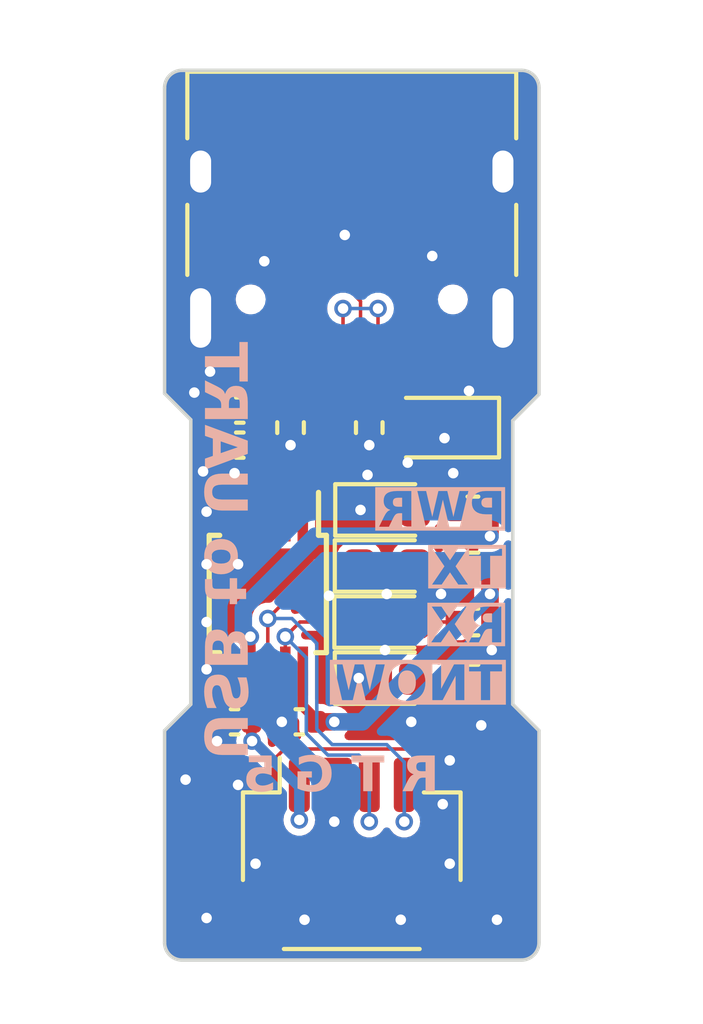
<source format=kicad_pcb>
(kicad_pcb (version 20221018) (generator pcbnew)
  (layers (0 "F.Cu" signal) (31 "B.Cu" signal) (34 "B.Paste" user) (35 "F.Paste" user) (36 "B.SilkS" user "B.Silkscreen") (37 "F.SilkS" user "F.Silkscreen") (38 "B.Mask" user) (39 "F.Mask" user) (44 "Edge.Cuts" user))
  (net 0 "")
  (net 1 "VBUS")
  (net 2 "GND")
  (net 3 "+5V")
  (net 4 "+3V3")
  (net 5 "/MCU_RX")
  (net 6 "Net-(D2-A)")
  (net 7 "/MCU_TX")
  (net 8 "Net-(D3-A)")
  (net 9 "Net-(D4-A)")
  (net 10 "Net-(D5-A)")
  (net 11 "Net-(J2-CC1)")
  (net 12 "/USB_DP")
  (net 13 "/USB_DN")
  (net 15 "Net-(J2-CC2)")
  (net 17 "/TNOW")
  (footprint "Resistor_SMD:R_0402_1005Metric" (layer "F.Cu") (at 146.8625 90.05)
    (fp_text reference "R5" hide)
    (fp_text value "1k")
    (fp_line (start -0.153641 -0.38) (end 0.153641 -0.38) (stroke (width 0.12)) (layer "F.SilkS"))
    (fp_line (start -0.153641 0.38) (end 0.153641 0.38) (stroke (width 0.12)) (layer "F.SilkS"))
    (pad "1" smd roundrect (at -0.51 0) (size 0.54 0.64) (layers "F.Cu" "F.Paste" "F.Mask") (net 9 "Net-(D4-A)"))
    (pad "2" smd roundrect (at 0.51 0) (size 0.54 0.64) (layers "F.Cu" "F.Paste" "F.Mask") (net 17 "/TNOW"))
  )
  (footprint "Capacitor_SMD:C_0402_1005Metric" (layer "F.Cu") (at 140.2 82.4 180)
    (fp_text reference "C1" hide)
    (fp_text value "100nF")
    (fp_line (start -0.107836 -0.36) (end 0.107836 -0.36) (stroke (width 0.12)) (layer "F.SilkS"))
    (fp_line (start -0.107836 0.36) (end 0.107836 0.36) (stroke (width 0.12)) (layer "F.SilkS"))
    (pad "1" smd roundrect (at -0.48 0 180) (size 0.56 0.62) (layers "F.Cu" "F.Paste" "F.Mask") (net 1 "VBUS"))
    (pad "2" smd roundrect (at 0.48 0 180) (size 0.56 0.62) (layers "F.Cu" "F.Paste" "F.Mask") (net 2 "GND"))
  )
  (footprint "Resistor_SMD:R_0402_1005Metric" (layer "F.Cu") (at 143.9 82.9 -90)
    (fp_text reference "R2" hide)
    (fp_text value "5.1k")
    (fp_line (start -0.153641 -0.38) (end 0.153641 -0.38) (stroke (width 0.12)) (layer "F.SilkS"))
    (fp_line (start -0.153641 0.38) (end 0.153641 0.38) (stroke (width 0.12)) (layer "F.SilkS"))
    (pad "1" smd roundrect (at -0.51 0 270) (size 0.54 0.64) (layers "F.Cu" "F.Paste" "F.Mask") (net 11 "Net-(J2-CC1)"))
    (pad "2" smd roundrect (at 0.51 0 270) (size 0.54 0.64) (layers "F.Cu" "F.Paste" "F.Mask") (net 2 "GND"))
  )
  (footprint "Connector_JST:JST_SH_SM04B-SRSS-TB_1x04-1MP_P1.00mm_Horizontal" (layer "F.Cu") (at 143.4 95.1)
    (fp_text reference "J1" hide)
    (fp_text value "Conn_01x04_MountingPin")
    (fp_line (start -3.11 -1.785) (end -2.06 -1.785) (stroke (width 0.12)) (layer "F.SilkS"))
    (fp_line (start -3.11 0.715) (end -3.11 -1.785) (stroke (width 0.12)) (layer "F.SilkS"))
    (fp_line (start -2.06 -1.785) (end -2.06 -2.775) (stroke (width 0.12)) (layer "F.SilkS"))
    (fp_line (start -1.94 2.685) (end 1.94 2.685) (stroke (width 0.12)) (layer "F.SilkS"))
    (fp_line (start 3.11 -1.785) (end 2.06 -1.785) (stroke (width 0.12)) (layer "F.SilkS"))
    (fp_line (start 3.11 0.715) (end 3.11 -1.785) (stroke (width 0.12)) (layer "F.SilkS"))
    (pad "1" smd roundrect (at -1.5 -2) (size 0.6 1.55) (layers "F.Cu" "F.Paste" "F.Mask") (net 3 "+5V"))
    (pad "2" smd roundrect (at -0.5 -2) (size 0.6 1.55) (layers "F.Cu" "F.Paste" "F.Mask") (net 2 "GND"))
    (pad "3" smd roundrect (at 0.5 -2) (size 0.6 1.55) (layers "F.Cu" "F.Paste" "F.Mask") (net 7 "/MCU_TX"))
    (pad "4" smd roundrect (at 1.5 -2) (size 0.6 1.55) (layers "F.Cu" "F.Paste" "F.Mask") (net 5 "/MCU_RX"))
    (pad "MP" smd roundrect (at -2.8 1.875) (size 1.2 1.8) (layers "F.Cu" "F.Paste" "F.Mask") (roundrect_rratio 0.2083333333) (net 2 "GND"))
    (pad "MP" smd roundrect (at 2.8 1.875) (size 1.2 1.8) (layers "F.Cu" "F.Paste" "F.Mask") (roundrect_rratio 0.2083333333) (net 2 "GND"))
  )
  (footprint "LED_SMD:LED_0603_1608Metric" (layer "F.Cu") (at 144.4 86.85)
    (fp_text reference "D2" hide)
    (fp_text value "LED")
    (fp_line (start -1.485 -0.735) (end -1.485 0.735) (stroke (width 0.12)) (layer "F.SilkS"))
    (fp_line (start -1.485 0.735) (end 0.8 0.735) (stroke (width 0.12)) (layer "F.SilkS"))
    (fp_line (start 0.8 -0.735) (end -1.485 -0.735) (stroke (width 0.12)) (layer "F.SilkS"))
    (pad "1" smd roundrect (at -0.7875 0) (size 0.875 0.95) (layers "F.Cu" "F.Paste" "F.Mask") (net 5 "/MCU_RX"))
    (pad "2" smd roundrect (at 0.7875 0) (size 0.875 0.95) (layers "F.Cu" "F.Paste" "F.Mask") (net 6 "Net-(D2-A)"))
  )
  (footprint "Resistor_SMD:R_0402_1005Metric" (layer "F.Cu") (at 141.65 82.9 -90)
    (fp_text reference "R1" hide)
    (fp_text value "5.1k")
    (fp_line (start -0.153641 -0.38) (end 0.153641 -0.38) (stroke (width 0.12)) (layer "F.SilkS"))
    (fp_line (start -0.153641 0.38) (end 0.153641 0.38) (stroke (width 0.12)) (layer "F.SilkS"))
    (pad "1" smd roundrect (at -0.51 0 270) (size 0.54 0.64) (layers "F.Cu" "F.Paste" "F.Mask") (net 15 "Net-(J2-CC2)"))
    (pad "2" smd roundrect (at 0.51 0 270) (size 0.54 0.64) (layers "F.Cu" "F.Paste" "F.Mask") (net 2 "GND"))
  )
  (footprint "Diode_SMD:D_SOD-323" (layer "F.Cu") (at 146 82.9 180)
    (fp_text reference "D1" hide)
    (fp_text value "1N5819WS")
    (fp_line (start -1.61 -0.85) (end -1.61 0.85) (stroke (width 0.12)) (layer "F.SilkS"))
    (fp_line (start -1.61 -0.85) (end 1.05 -0.85) (stroke (width 0.12)) (layer "F.SilkS"))
    (fp_line (start -1.61 0.85) (end 1.05 0.85) (stroke (width 0.12)) (layer "F.SilkS"))
    (pad "1" smd roundrect (at -1.05 0 180) (size 0.6 0.45) (layers "F.Cu" "F.Paste" "F.Mask") (net 3 "+5V"))
    (pad "2" smd roundrect (at 1.05 0 180) (size 0.6 0.45) (layers "F.Cu" "F.Paste" "F.Mask") (net 1 "VBUS"))
  )
  (footprint "Connector_USB:USB_C_Receptacle_HRO_TYPE-C-31-M-12" (layer "F.Cu") (at 143.4 76.64 180)
    (fp_text reference "J2" hide)
    (fp_text value "USB_C_Receptacle_USB2.0")
    (fp_line (start -4.7 -1.9) (end -4.7 0.1) (stroke (width 0.12)) (layer "F.SilkS"))
    (fp_line (start -4.7 2) (end -4.7 3.9) (stroke (width 0.12)) (layer "F.SilkS"))
    (fp_line (start -4.7 3.9) (end 4.7 3.9) (stroke (width 0.12)) (layer "F.SilkS"))
    (fp_line (start 4.7 -1.9) (end 4.7 0.1) (stroke (width 0.12)) (layer "F.SilkS"))
    (fp_line (start 4.7 2) (end 4.7 3.9) (stroke (width 0.12)) (layer "F.SilkS"))
    (pad "" np_thru_hole circle (at -2.89 -2.6 180) (size 0.65 0.65) (drill 0.65) (layers "*.Cu" "*.Mask"))
    (pad "" np_thru_hole circle (at 2.89 -2.6 180) (size 0.65 0.65) (drill 0.65) (layers "*.Cu" "*.Mask"))
    (pad "A1" smd rect (at -3.25 -4.045 180) (size 0.6 1.45) (layers "F.Cu" "F.Paste" "F.Mask") (net 2 "GND"))
    (pad "A4" smd rect (at -2.45 -4.045 180) (size 0.6 1.45) (layers "F.Cu" "F.Paste" "F.Mask") (net 1 "VBUS"))
    (pad "A5" smd rect (at -1.25 -4.045 180) (size 0.3 1.45) (layers "F.Cu" "F.Paste" "F.Mask") (net 11 "Net-(J2-CC1)"))
    (pad "A6" smd rect (at -0.25 -4.045 180) (size 0.3 1.45) (layers "F.Cu" "F.Paste" "F.Mask") (net 12 "/USB_DP"))
    (pad "A7" smd rect (at 0.25 -4.045 180) (size 0.3 1.45) (layers "F.Cu" "F.Paste" "F.Mask") (net 13 "/USB_DN"))
    (pad "A8" smd rect (at 1.25 -4.045 180) (size 0.3 1.45) (layers "F.Cu" "F.Paste" "F.Mask"))
    (pad "A9" smd rect (at 2.45 -4.045 180) (size 0.6 1.45) (layers "F.Cu" "F.Paste" "F.Mask") (net 1 "VBUS"))
    (pad "A12" smd rect (at 3.25 -4.045 180) (size 0.6 1.45) (layers "F.Cu" "F.Paste" "F.Mask") (net 2 "GND"))
    (pad "B1" smd rect (at 3.25 -4.045 180) (size 0.6 1.45) (layers "F.Cu" "F.Paste" "F.Mask") (net 2 "GND"))
    (pad "B4" smd rect (at 2.45 -4.045 180) (size 0.6 1.45) (layers "F.Cu" "F.Paste" "F.Mask") (net 1 "VBUS"))
    (pad "B5" smd rect (at 1.75 -4.045 180) (size 0.3 1.45) (layers "F.Cu" "F.Paste" "F.Mask") (net 15 "Net-(J2-CC2)"))
    (pad "B6" smd rect (at 0.75 -4.045 180) (size 0.3 1.45) (layers "F.Cu" "F.Paste" "F.Mask") (net 12 "/USB_DP"))
    (pad "B7" smd rect (at -0.75 -4.045 180) (size 0.3 1.45) (layers "F.Cu" "F.Paste" "F.Mask") (net 13 "/USB_DN"))
    (pad "B8" smd rect (at -1.75 -4.045 180) (size 0.3 1.45) (layers "F.Cu" "F.Paste" "F.Mask"))
    (pad "B9" smd rect (at -2.45 -4.045 180) (size 0.6 1.45) (layers "F.Cu" "F.Paste" "F.Mask") (net 1 "VBUS"))
    (pad "B12" smd rect (at -3.25 -4.045 180) (size 0.6 1.45) (layers "F.Cu" "F.Paste" "F.Mask") (net 2 "GND"))
    (pad "S1" thru_hole oval (at -4.32 -3.13 180) (size 1 2.1) (drill oval 0.6 1.7) (layers "*.Cu" "*.Mask") (net 2 "GND"))
    (pad "S1" thru_hole oval (at -4.32 1.05 180) (size 1 1.6) (drill oval 0.6 1.2) (layers "*.Cu" "*.Mask") (net 2 "GND"))
    (pad "S1" thru_hole oval (at 4.32 -3.13 180) (size 1 2.1) (drill oval 0.6 1.7) (layers "*.Cu" "*.Mask") (net 2 "GND"))
    (pad "S1" thru_hole oval (at 4.32 1.05 180) (size 1 1.6) (drill oval 0.6 1.2) (layers "*.Cu" "*.Mask") (net 2 "GND"))
  )
  (footprint "Resistor_SMD:R_0402_1005Metric" (layer "F.Cu") (at 146.8625 85.25)
    (fp_text reference "R6" hide)
    (fp_text value "10k")
    (fp_line (start -0.153641 -0.38) (end 0.153641 -0.38) (stroke (width 0.12)) (layer "F.SilkS"))
    (fp_line (start -0.153641 0.38) (end 0.153641 0.38) (stroke (width 0.12)) (layer "F.SilkS"))
    (pad "1" smd roundrect (at -0.51 0) (size 0.54 0.64) (layers "F.Cu" "F.Paste" "F.Mask") (net 10 "Net-(D5-A)"))
    (pad "2" smd roundrect (at 0.51 0) (size 0.54 0.64) (layers "F.Cu" "F.Paste" "F.Mask") (net 3 "+5V"))
  )
  (footprint "Package_SO:MSOP-10_3x3mm_P0.5mm" (layer "F.Cu") (at 141 87.65 -90)
    (fp_text reference "U1" hide)
    (fp_text value "CH340E")
    (fp_line (start -1.675 -1.675) (end -1.675 -1.45) (stroke (width 0.15)) (layer "F.SilkS"))
    (fp_line (start -1.675 -1.675) (end 1.675 -1.675) (stroke (width 0.15)) (layer "F.SilkS"))
    (fp_line (start -1.675 -1.45) (end -2.9 -1.45) (stroke (width 0.15)) (layer "F.SilkS"))
    (fp_line (start -1.675 1.675) (end -1.675 1.375) (stroke (width 0.15)) (layer "F.SilkS"))
    (fp_line (start -1.675 1.675) (end 1.675 1.675) (stroke (width 0.15)) (layer "F.SilkS"))
    (fp_line (start 1.675 -1.675) (end 1.675 -1.375) (stroke (width 0.15)) (layer "F.SilkS"))
    (fp_line (start 1.675 1.675) (end 1.675 1.375) (stroke (width 0.15)) (layer "F.SilkS"))
    (pad "1" smd rect (at -2.2 -1 270) (size 1.4 0.3) (layers "F.Cu" "F.Paste" "F.Mask") (net 12 "/USB_DP"))
    (pad "2" smd rect (at -2.2 -0.5 270) (size 1.4 0.3) (layers "F.Cu" "F.Paste" "F.Mask") (net 13 "/USB_DN"))
    (pad "3" smd rect (at -2.2 0 270) (size 1.4 0.3) (layers "F.Cu" "F.Paste" "F.Mask") (net 2 "GND"))
    (pad "4" smd rect (at -2.2 0.5 270) (size 1.4 0.3) (layers "F.Cu" "F.Paste" "F.Mask"))
    (pad "5" smd rect (at -2.2 1 270) (size 1.4 0.3) (layers "F.Cu" "F.Paste" "F.Mask"))
    (pad "6" smd rect (at 2.2 1 270) (size 1.4 0.3) (layers "F.Cu" "F.Paste" "F.Mask") (net 17 "/TNOW"))
    (pad "7" smd rect (at 2.2 0.5 270) (size 1.4 0.3) (layers "F.Cu" "F.Paste" "F.Mask") (net 3 "+5V"))
    (pad "8" smd rect (at 2.2 0 270) (size 1.4 0.3) (layers "F.Cu" "F.Paste" "F.Mask") (net 5 "/MCU_RX"))
    (pad "9" smd rect (at 2.2 -0.5 270) (size 1.4 0.3) (layers "F.Cu" "F.Paste" "F.Mask") (net 7 "/MCU_TX"))
    (pad "10" smd rect (at 2.2 -1 270) (size 1.4 0.3) (layers "F.Cu" "F.Paste" "F.Mask") (net 4 "+3V3"))
  )
  (footprint "LED_SMD:LED_0603_1608Metric" (layer "F.Cu") (at 144.4125 85.25)
    (fp_text reference "D5" hide)
    (fp_text value "LED")
    (fp_line (start -1.485 -0.735) (end -1.485 0.735) (stroke (width 0.12)) (layer "F.SilkS"))
    (fp_line (start -1.485 0.735) (end 0.8 0.735) (stroke (width 0.12)) (layer "F.SilkS"))
    (fp_line (start 0.8 -0.735) (end -1.485 -0.735) (stroke (width 0.12)) (layer "F.SilkS"))
    (pad "1" smd roundrect (at -0.7875 0) (size 0.875 0.95) (layers "F.Cu" "F.Paste" "F.Mask") (net 2 "GND"))
    (pad "2" smd roundrect (at 0.7875 0) (size 0.875 0.95) (layers "F.Cu" "F.Paste" "F.Mask") (net 10 "Net-(D5-A)"))
  )
  (footprint "Capacitor_SMD:C_0402_1005Metric" (layer "F.Cu") (at 141.9 91.3 180)
    (fp_text reference "C4" hide)
    (fp_text value "100nF")
    (fp_line (start -0.107836 -0.36) (end 0.107836 -0.36) (stroke (width 0.12)) (layer "F.SilkS"))
    (fp_line (start -0.107836 0.36) (end 0.107836 0.36) (stroke (width 0.12)) (layer "F.SilkS"))
    (pad "1" smd roundrect (at -0.48 0 180) (size 0.56 0.62) (layers "F.Cu" "F.Paste" "F.Mask") (net 4 "+3V3"))
    (pad "2" smd roundrect (at 0.48 0 180) (size 0.56 0.62) (layers "F.Cu" "F.Paste" "F.Mask") (net 2 "GND"))
  )
  (footprint "LED_SMD:LED_0603_1608Metric" (layer "F.Cu") (at 144.3875 88.45)
    (fp_text reference "D3" hide)
    (fp_text value "LED")
    (fp_line (start -1.485 -0.735) (end -1.485 0.735) (stroke (width 0.12)) (layer "F.SilkS"))
    (fp_line (start -1.485 0.735) (end 0.8 0.735) (stroke (width 0.12)) (layer "F.SilkS"))
    (fp_line (start 0.8 -0.735) (end -1.485 -0.735) (stroke (width 0.12)) (layer "F.SilkS"))
    (pad "1" smd roundrect (at -0.7875 0) (size 0.875 0.95) (layers "F.Cu" "F.Paste" "F.Mask") (net 7 "/MCU_TX"))
    (pad "2" smd roundrect (at 0.7875 0) (size 0.875 0.95) (layers "F.Cu" "F.Paste" "F.Mask") (net 8 "Net-(D3-A)"))
  )
  (footprint "Capacitor_SMD:C_0402_1005Metric" (layer "F.Cu") (at 140.2 83.4 180)
    (fp_text reference "C2" hide)
    (fp_text value "1uF")
    (fp_line (start -0.107836 -0.36) (end 0.107836 -0.36) (stroke (width 0.12)) (layer "F.SilkS"))
    (fp_line (start -0.107836 0.36) (end 0.107836 0.36) (stroke (width 0.12)) (layer "F.SilkS"))
    (pad "1" smd roundrect (at -0.48 0 180) (size 0.56 0.62) (layers "F.Cu" "F.Paste" "F.Mask") (net 1 "VBUS"))
    (pad "2" smd roundrect (at 0.48 0 180) (size 0.56 0.62) (layers "F.Cu" "F.Paste" "F.Mask") (net 2 "GND"))
  )
  (footprint "Capacitor_SMD:C_0402_1005Metric" (layer "F.Cu") (at 140.05 91.3 180)
    (fp_text reference "C3" hide)
    (fp_text value "100nF")
    (fp_line (start -0.107836 -0.36) (end 0.107836 -0.36) (stroke (width 0.12)) (layer "F.SilkS"))
    (fp_line (start -0.107836 0.36) (end 0.107836 0.36) (stroke (width 0.12)) (layer "F.SilkS"))
    (pad "1" smd roundrect (at -0.48 0 180) (size 0.56 0.62) (layers "F.Cu" "F.Paste" "F.Mask") (net 3 "+5V"))
    (pad "2" smd roundrect (at 0.48 0 180) (size 0.56 0.62) (layers "F.Cu" "F.Paste" "F.Mask") (net 2 "GND"))
  )
  (footprint "Resistor_SMD:R_0402_1005Metric" (layer "F.Cu") (at 146.8625 86.85)
    (fp_text reference "R3" hide)
    (fp_text value "470R")
    (fp_line (start -0.153641 -0.38) (end 0.153641 -0.38) (stroke (width 0.12)) (layer "F.SilkS"))
    (fp_line (start -0.153641 0.38) (end 0.153641 0.38) (stroke (width 0.12)) (layer "F.SilkS"))
    (pad "1" smd roundrect (at -0.51 0) (size 0.54 0.64) (layers "F.Cu" "F.Paste" "F.Mask") (net 6 "Net-(D2-A)"))
    (pad "2" smd roundrect (at 0.51 0) (size 0.54 0.64) (layers "F.Cu" "F.Paste" "F.Mask") (net 4 "+3V3"))
  )
  (footprint "LED_SMD:LED_0603_1608Metric" (layer "F.Cu") (at 144.4 90.05)
    (fp_text reference "D4" hide)
    (fp_text value "LED")
    (fp_line (start -1.485 -0.735) (end -1.485 0.735) (stroke (width 0.12)) (layer "F.SilkS"))
    (fp_line (start -1.485 0.735) (end 0.8 0.735) (stroke (width 0.12)) (layer "F.SilkS"))
    (fp_line (start 0.8 -0.735) (end -1.485 -0.735) (stroke (width 0.12)) (layer "F.SilkS"))
    (pad "1" smd roundrect (at -0.7875 0) (size 0.875 0.95) (layers "F.Cu" "F.Paste" "F.Mask") (net 2 "GND"))
    (pad "2" smd roundrect (at 0.7875 0) (size 0.875 0.95) (layers "F.Cu" "F.Paste" "F.Mask") (net 9 "Net-(D4-A)"))
  )
  (footprint "Resistor_SMD:R_0402_1005Metric" (layer "F.Cu") (at 146.8625 88.45)
    (fp_text reference "R4" hide)
    (fp_text value "470R")
    (fp_line (start -0.153641 -0.38) (end 0.153641 -0.38) (stroke (width 0.12)) (layer "F.SilkS"))
    (fp_line (start -0.153641 0.38) (end 0.153641 0.38) (stroke (width 0.12)) (layer "F.SilkS"))
    (pad "1" smd roundrect (at -0.51 0) (size 0.54 0.64) (layers "F.Cu" "F.Paste" "F.Mask") (net 8 "Net-(D3-A)"))
    (pad "2" smd roundrect (at 0.51 0) (size 0.54 0.64) (layers "F.Cu" "F.Paste" "F.Mask") (net 4 "+3V3"))
  )
  (gr_arc (start 138.05 73.2) (mid 138.196447 72.846447) (end 138.55 72.7) (stroke (width 0.1)) (layer "Edge.Cuts"))
  (gr_arc (start 148.75 97.6) (mid 148.603553 97.953553) (end 148.25 98.1) (stroke (width 0.1)) (layer "Edge.Cuts"))
  (gr_line (start 138.8 82.675) (end 138.8 90.8) (stroke (width 0.1)) (layer "Edge.Cuts"))
  (gr_arc (start 138.55 98.1) (mid 138.196447 97.953553) (end 138.05 97.6) (stroke (width 0.1)) (layer "Edge.Cuts"))
  (gr_line (start 138.05 81.925) (end 138.8 82.675) (stroke (width 0.1)) (layer "Edge.Cuts"))
  (gr_line (start 138.05 91.55) (end 138.05 97.6) (stroke (width 0.1)) (layer "Edge.Cuts"))
  (gr_arc (start 148.25 72.7) (mid 148.603553 72.846447) (end 148.75 73.2) (stroke (width 0.1)) (layer "Edge.Cuts"))
  (gr_line (start 148.75 91.55) (end 148 90.8) (stroke (width 0.1)) (layer "Edge.Cuts"))
  (gr_line (start 148.75 91.55) (end 148.75 97.6) (stroke (width 0.1)) (layer "Edge.Cuts"))
  (gr_line (start 138.8 90.8) (end 138.05 91.55) (stroke (width 0.1)) (layer "Edge.Cuts"))
  (gr_line (start 148.75 73.2) (end 148.75 81.95) (stroke (width 0.1)) (layer "Edge.Cuts"))
  (gr_line (start 148.75 81.95) (end 148 82.7) (stroke (width 0.1)) (layer "Edge.Cuts"))
  (gr_line (start 138.05 73.2) (end 138.05 81.925) (stroke (width 0.1)) (layer "Edge.Cuts"))
  (gr_line (start 148 82.7) (end 148 90.8) (stroke (width 0.1)) (layer "Edge.Cuts"))
  (gr_line (start 138.55 98.1) (end 148.25 98.1) (stroke (width 0.1)) (layer "Edge.Cuts"))
  (gr_line (start 138.55 72.7) (end 148.25 72.7) (stroke (width 0.1)) (layer "Edge.Cuts"))
  (gr_text "TX" (at 147.7 87.55) (layer "B.SilkS" knockout) (effects (font (size 1 1) (thickness 0.1) bold) (justify left bottom mirror)))
  (gr_text "RX" (at 147.8 89.2) (layer "B.SilkS" knockout) (effects (font (size 1 1) (thickness 0.1) bold) (justify left bottom mirror)))
  (gr_text "TNOW" (at 147.7 90.85) (layer "B.SilkS" knockout) (effects (font (size 1 1) (thickness 0.1) bold) (justify left bottom mirror)))
  (gr_text "R T G 5" (at 145.9 93.45) (layer "B.SilkS") (effects (font (size 1 1) (thickness 0.125) bold) (justify left bottom mirror)))
  (gr_text "USB to UART" (at 139 92.4 270) (layer "B.SilkS") (effects (font (size 1.2 1.2) (thickness 0.2) bold) (justify left bottom mirror)))
  (gr_text "PWR" (at 147.8 85.9) (layer "B.SilkS" knockout) (effects (font (size 1 1) (thickness 0.1) bold) (justify left bottom mirror)))
  (segment (start 140.95 79.81) (end 142.16 78.6) (width 0.3) (layer "F.Cu") (net 1))
  (segment (start 140.68 82.212685) (end 140.68 82.4) (width 0.5) (layer "F.Cu") (net 1))
  (segment (start 140.95 80.685) (end 140.95 79.81) (width 0.3) (layer "F.Cu") (net 1))
  (segment (start 144.5 78.6) (end 145.85 79.95) (width 0.3) (layer "F.Cu") (net 1))
  (segment (start 142.16 78.6) (end 144.5 78.6) (width 0.3) (layer "F.Cu") (net 1))
  (segment (start 145.85 79.95) (end 145.85 80.685) (width 0.3) (layer "F.Cu") (net 1))
  (segment (start 145.85 82) (end 144.95 82.9) (width 0.5) (layer "F.Cu") (net 1))
  (segment (start 140.95 81.942685) (end 140.68 82.212685) (width 0.5) (layer "F.Cu") (net 1))
  (segment (start 145.85 80.685) (end 145.85 82) (width 0.5) (layer "F.Cu") (net 1))
  (segment (start 140.68 82.4) (end 140.68 83.4) (width 0.5) (layer "F.Cu") (net 1))
  (segment (start 140.95 80.685) (end 140.95 81.942685) (width 0.5) (layer "F.Cu") (net 1))
  (segment (start 139.57 91.83) (end 139.55 91.85) (width 0.3) (layer "F.Cu") (net 2))
  (segment (start 139.57 91.3) (end 139.57 91.83) (width 0.3) (layer "F.Cu") (net 2))
  (via (at 140.05 84.2) (size 0.5) (drill 0.3) (layers "F.Cu" "B.Cu") (net 2))
  (via (at 142.9 94.15) (size 0.5) (drill 0.3) (layers "F.Cu" "B.Cu") (net 2))
  (via (at 147.1 91.4) (size 0.5) (drill 0.3) (layers "F.Cu" "B.Cu") (net 2))
  (via (at 147.55 96.95) (size 0.5) (drill 0.3) (layers "F.Cu" "B.Cu") (net 2))
  (via (at 145 83.9) (size 0.5) (drill 0.3) (layers "F.Cu" "B.Cu") (net 2))
  (via (at 139.35 81.3) (size 0.5) (drill 0.3) (layers "F.Cu" "B.Cu") (net 2))
  (via (at 141.4 91.3) (size 0.5) (drill 0.3) (layers "F.Cu" "B.Cu") (net 2))
  (via (at 146 93.65) (size 0.5) (drill 0.3) (layers "F.Cu" "B.Cu") (net 2))
  (via (at 139.55 91.85) (size 0.5) (drill 0.3) (layers "F.Cu" "B.Cu") (net 2))
  (via (at 145.1 91.3) (size 0.5) (drill 0.3) (layers "F.Cu" "B.Cu") (net 2))
  (via (at 139.25 85.3) (size 0.5) (drill 0.3) (layers "F.Cu" "B.Cu") (net 2))
  (via (at 144.35 89.25) (size 0.5) (drill 0.3) (layers "F.Cu" "B.Cu") (net 2))
  (via (at 145.7 78) (size 0.5) (drill 0.3) (layers "F.Cu" "B.Cu") (net 2))
  (via (at 139.15 84.15) (size 0.5) (drill 0.3) (layers "F.Cu" "B.Cu") (net 2))
  (via (at 139.25 88.45) (size 0.5) (drill 0.3) (layers "F.Cu" "B.Cu") (net 2))
  (via (at 141.65 83.4) (size 0.5) (drill 0.3) (layers "F.Cu" "B.Cu") (net 2))
  (via (at 139.25 86.8) (size 0.5) (drill 0.3) (layers "F.Cu" "B.Cu") (net 2))
  (via (at 139.25 96.9) (size 0.5) (drill 0.3) (layers "F.Cu" "B.Cu") (net 2))
  (via (at 147.4 89.25) (size 0.5) (drill 0.3) (layers "F.Cu" "B.Cu") (net 2))
  (via (at 140.15 86.8) (size 0.5) (drill 0.3) (layers "F.Cu" "B.Cu") (net 2))
  (via (at 143.6 90.05) (size 0.5) (drill 0.3) (layers "F.Cu" "B.Cu") (net 2))
  (via (at 143.85 84.25) (size 0.5) (drill 0.3) (layers "F.Cu" "B.Cu") (net 2))
  (via (at 140.15 93.1) (size 0.5) (drill 0.3) (layers "F.Cu" "B.Cu") (net 2))
  (via (at 143.2 77.4) (size 0.5) (drill 0.3) (layers "F.Cu" "B.Cu") (net 2))
  (via (at 146.2 95.35) (size 0.5) (drill 0.3) (layers "F.Cu" "B.Cu") (net 2))
  (via (at 146.2 92.4) (size 0.5) (drill 0.3) (layers "F.Cu" "B.Cu") (net 2))
  (via (at 146.3 84.2) (size 0.5) (drill 0.3) (layers "F.Cu" "B.Cu") (net 2))
  (via (at 142.05 96.95) (size 0.5) (drill 0.3) (layers "F.Cu" "B.Cu") (net 2))
  (via (at 146.75 81.85) (size 0.5) (drill 0.3) (layers "F.Cu" "B.Cu") (net 2))
  (via (at 143.65 85.25) (size 0.5) (drill 0.3) (layers "F.Cu" "B.Cu") (net 2))
  (via (at 144.4 87.65) (size 0.5) (drill 0.3) (layers "F.Cu" "B.Cu") (net 2))
  (via (at 146.05 83.2) (size 0.5) (drill 0.3) (layers "F.Cu" "B.Cu") (net 2))
  (via (at 143.9 83.4) (size 0.5) (drill 0.3) (layers "F.Cu" "B.Cu") (net 2))
  (via (at 142.75 87.7) (size 0.5) (drill 0.3) (layers "F.Cu" "B.Cu") (net 2))
  (via (at 140.65 95.35) (size 0.5) (drill 0.3) (layers "F.Cu" "B.Cu") (net 2))
  (via (at 139.25 89.8) (size 0.5) (drill 0.3) (layers "F.Cu" "B.Cu") (net 2))
  (via (at 138.65 92.95) (size 0.5) (drill 0.3) (layers "F.Cu" "B.Cu") (net 2))
  (via (at 144.8 96.95) (size 0.5) (drill 0.3) (layers "F.Cu" "B.Cu") (net 2))
  (via (at 145.95 87.65) (size 0.5) (drill 0.3) (layers "F.Cu" "B.Cu") (net 2))
  (via (at 140.9 78.15) (size 0.5) (drill 0.3) (layers "F.Cu" "B.Cu") (net 2))
  (via (at 138.9 81.9) (size 0.5) (drill 0.3) (layers "F.Cu" "B.Cu") (net 2))
  (segment (start 140.53 91.83) (end 140.55 91.85) (width 0.3) (layer "F.Cu") (net 3))
  (segment (start 140.5 91.27) (end 140.53 91.3) (width 0.3) (layer "F.Cu") (net 3))
  (segment (start 140.5 89.85) (end 140.5 91.27) (width 0.3) (layer "F.Cu") (net 3))
  (segment (start 140.5 88.867953) (end 140.499999 88.867952) (width 0.3) (layer "F.Cu") (net 3))
  (segment (start 140.5 89.85) (end 140.5 88.867953) (width 0.3) (layer "F.Cu") (net 3))
  (segment (start 147.3725 83.2225) (end 147.3725 85.25) (width 0.5) (layer "F.Cu") (net 3))
  (segment (start 147.35 85.2725) (end 147.3725 85.25) (width 0.5) (layer "F.Cu") (net 3))
  (segment (start 140.53 91.3) (end 140.53 91.83) (width 0.3) (layer "F.Cu") (net 3))
  (segment (start 141.9 94.1) (end 141.9 93.1) (width 0.3) (layer "F.Cu") (net 3))
  (segment (start 147.35 86) (end 147.35 85.2725) (width 0.5) (layer "F.Cu") (net 3))
  (segment (start 147.05 82.9) (end 147.3725 83.2225) (width 0.5) (layer "F.Cu") (net 3))
  (via (at 147.35 86) (size 0.5) (drill 0.3) (layers "F.Cu" "B.Cu") (net 3))
  (via (at 140.55 91.85) (size 0.5) (drill 0.3) (layers "F.Cu" "B.Cu") (net 3))
  (via (at 141.9 94.1) (size 0.5) (drill 0.3) (layers "F.Cu" "B.Cu") (net 3))
  (via (at 140.499999 88.867952) (size 0.5) (drill 0.3) (layers "F.Cu" "B.Cu") (net 3))
  (segment (start 140.6 91.85) (end 141.9 93.15) (width 0.3) (layer "B.Cu") (net 3))
  (segment (start 141.9 93.15) (end 141.9 94.1) (width 0.3) (layer "B.Cu") (net 3))
  (segment (start 140.499999 88.867952) (end 140.3 88.667953) (width 0.5) (layer "B.Cu") (net 3))
  (segment (start 140.3 88.667953) (end 140.3 88.06005) (width 0.5) (layer "B.Cu") (net 3))
  (segment (start 140.3 88.06005) (end 142.36005 86) (width 0.5) (layer "B.Cu") (net 3))
  (segment (start 142.36005 86) (end 147.35 86) (width 0.5) (layer "B.Cu") (net 3))
  (segment (start 140.55 91.85) (end 140.6 91.85) (width 0.3) (layer "B.Cu") (net 3))
  (segment (start 142.38 91.3) (end 142.9 91.3) (width 0.5) (layer "F.Cu") (net 4))
  (segment (start 147.35 87.65) (end 147.35 88.4275) (width 0.5) (layer "F.Cu") (net 4))
  (segment (start 142 90.85) (end 142.38 91.23) (width 0.3) (layer "F.Cu") (net 4))
  (segment (start 142 89.85) (end 142 90.85) (width 0.3) (layer "F.Cu") (net 4))
  (segment (start 147.35 88.4275) (end 147.3725 88.45) (width 0.5) (layer "F.Cu") (net 4))
  (segment (start 147.35 87.65) (end 147.35 86.8725) (width 0.5) (layer "F.Cu") (net 4))
  (segment (start 147.35 86.8725) (end 147.3725 86.85) (width 0.5) (layer "F.Cu") (net 4))
  (segment (start 142.38 91.23) (end 142.38 91.3) (width 0.3) (layer "F.Cu") (net 4))
  (via (at 147.35 87.65) (size 0.5) (drill 0.3) (layers "F.Cu" "B.Cu") (net 4))
  (via (at 142.9 91.3) (size 0.5) (drill 0.3) (layers "F.Cu" "B.Cu") (net 4))
  (segment (start 142.9 91.3) (end 143.7 91.3) (width 0.5) (layer "B.Cu") (net 4))
  (segment (start 143.7 91.3) (end 147.35 87.65) (width 0.5) (layer "B.Cu") (net 4))
  (segment (start 142.5 86.85) (end 143.6125 86.85) (width 0.1) (layer "F.Cu") (net 5))
  (segment (start 141 88.35) (end 142.5 86.85) (width 0.1) (layer "F.Cu") (net 5))
  (segment (start 144.9 94.15) (end 144.9 93.1) (width 0.1) (layer "F.Cu") (net 5))
  (segment (start 141 89.85) (end 141 88.35) (width 0.1) (layer "F.Cu") (net 5))
  (via (at 141 88.35) (size 0.5) (drill 0.3) (layers "F.Cu" "B.Cu") (net 5))
  (via (at 144.9 94.15) (size 0.5) (drill 0.3) (layers "F.Cu" "B.Cu") (net 5))
  (segment (start 142.4 91.4) (end 142.4 91.507107) (width 0.1) (layer "B.Cu") (net 5))
  (segment (start 144.4 91.95) (end 144.9 92.45) (width 0.1) (layer "B.Cu") (net 5))
  (segment (start 144.9 92.45) (end 144.9 94.15) (width 0.1) (layer "B.Cu") (net 5))
  (segment (start 142.4 91.507107) (end 142.842893 91.95) (width 0.1) (layer "B.Cu") (net 5))
  (segment (start 141 88.35) (end 141.689156 88.35) (width 0.1) (layer "B.Cu") (net 5))
  (segment (start 142.4 89.060844) (end 142.4 91.4) (width 0.1) (layer "B.Cu") (net 5))
  (segment (start 142.842893 91.95) (end 144.4 91.95) (width 0.1) (layer "B.Cu") (net 5))
  (segment (start 141.689156 88.35) (end 142.4 89.060844) (width 0.1) (layer "B.Cu") (net 5))
  (segment (start 145.1875 86.85) (end 146.3525 86.85) (width 0.1) (layer "F.Cu") (net 6))
  (segment (start 141.917951 88.45) (end 143.6 88.45) (width 0.1) (layer "F.Cu") (net 7))
  (segment (start 141.5 89.85) (end 141.5 88.867951) (width 0.1) (layer "F.Cu") (net 7))
  (segment (start 143.9 94.15) (end 143.9 93.1) (width 0.1) (layer "F.Cu") (net 7))
  (segment (start 141.5 88.867951) (end 141.917951 88.45) (width 0.1) (layer "F.Cu") (net 7))
  (via (at 143.9 94.15) (size 0.5) (drill 0.3) (layers "F.Cu" "B.Cu") (net 7))
  (via (at 141.5 88.867951) (size 0.5) (drill 0.3) (layers "F.Cu" "B.Cu") (net 7))
  (segment (start 143.9 92.55) (end 143.9 94.15) (width 0.1) (layer "B.Cu") (net 7))
  (segment (start 142.1 91.631371) (end 142.718629 92.25) (width 0.1) (layer "B.Cu") (net 7))
  (segment (start 142.718629 92.25) (end 143.6 92.25) (width 0.1) (layer "B.Cu") (net 7))
  (segment (start 143.6 92.25) (end 143.9 92.55) (width 0.1) (layer "B.Cu") (net 7))
  (segment (start 142.1 89.467951) (end 142.1 91.631371) (width 0.1) (layer "B.Cu") (net 7))
  (segment (start 141.5 88.867951) (end 142.1 89.467951) (width 0.1) (layer "B.Cu") (net 7))
  (segment (start 145.175 88.45) (end 146.3525 88.45) (width 0.1) (layer "F.Cu") (net 8))
  (segment (start 145.1875 90.05) (end 146.3525 90.05) (width 0.1) (layer "F.Cu") (net 9))
  (segment (start 145.2 85.25) (end 146.3525 85.25) (width 0.1) (layer "F.Cu") (net 10))
  (segment (start 144.65 80.685) (end 144.65 81.64) (width 0.1) (layer "F.Cu") (net 11))
  (segment (start 144.65 81.64) (end 143.9 82.39) (width 0.1) (layer "F.Cu") (net 11))
  (segment (start 143.1 82.31) (end 143.1 83.7) (width 0.1) (layer "F.Cu") (net 12))
  (segment (start 142 84.8) (end 142 85.45) (width 0.1) (layer "F.Cu") (net 12))
  (segment (start 142.65 79.292893) (end 142.65 80.685) (width 0.1) (layer "F.Cu") (net 12))
  (segment (start 143.65 81.76) (end 143.1 82.31) (width 0.1) (layer "F.Cu") (net 12))
  (segment (start 143.357107 79) (end 142.942893 79) (width 0.1) (layer "F.Cu") (net 12))
  (segment (start 142.942893 79) (end 142.65 79.292893) (width 0.1) (layer "F.Cu") (net 12))
  (segment (start 143.65 80.685) (end 143.65 81.76) (width 0.1) (layer "F.Cu") (net 12))
  (segment (start 143.65 79.292893) (end 143.357107 79) (width 0.1) (layer "F.Cu") (net 12))
  (segment (start 143.65 80.685) (end 143.65 79.292893) (width 0.1) (layer "F.Cu") (net 12))
  (segment (start 143.1 83.7) (end 142 84.8) (width 0.1) (layer "F.Cu") (net 12))
  (segment (start 142.787868 82.197868) (end 142.787868 83.587868) (width 0.1) (layer "F.Cu") (net 13))
  (segment (start 142.787868 83.587868) (end 141.875736 84.5) (width 0.1) (layer "F.Cu") (net 13))
  (segment (start 143.15 80.685) (end 143.15 79.5) (width 0.1) (layer "F.Cu") (net 13))
  (segment (start 143.15 80.685) (end 143.15 81.835736) (width 0.1) (layer "F.Cu") (net 13))
  (segment (start 144.15 79.5) (end 144.15 80.685) (width 0.1) (layer "F.Cu") (net 13))
  (segment (start 143.15 81.835736) (end 142.787868 82.197868) (width 0.1) (layer "F.Cu") (net 13))
  (segment (start 141.5 84.6) (end 141.5 85.45) (width 0.1) (layer "F.Cu") (net 13))
  (segment (start 141.6 84.5) (end 141.5 84.6) (width 0.1) (layer "F.Cu") (net 13))
  (segment (start 141.875736 84.5) (end 141.6 84.5) (width 0.1) (layer "F.Cu") (net 13))
  (via (at 144.15 79.5) (size 0.5) (drill 0.3) (layers "F.Cu" "B.Cu") (net 13))
  (via (at 143.15 79.5) (size 0.5) (drill 0.3) (layers "F.Cu" "B.Cu") (net 13))
  (segment (start 143.15 79.5) (end 144.15 79.5) (width 0.1) (layer "B.Cu") (net 13))
  (segment (start 141.65 80.685) (end 141.65 82.39) (width 0.1) (layer "F.Cu") (net 15))
  (segment (start 139.04 90.968457) (end 139.358457 90.65) (width 0.1) (layer "F.Cu") (net 17))
  (segment (start 139.04 92.047107) (end 139.04 90.968457) (width 0.1) (layer "F.Cu") (net 17))
  (segment (start 140 90.5) (end 140 89.85) (width 0.1) (layer "F.Cu") (net 17))
  (segment (start 147.3725 90.05) (end 145.3475 92.075) (width 0.1) (layer "F.Cu") (net 17))
  (segment (start 139.85 90.65) (end 140 90.5) (width 0.1) (layer "F.Cu") (net 17))
  (segment (start 139.358457 90.65) (end 139.85 90.65) (width 0.1) (layer "F.Cu") (net 17))
  (segment (start 141.475 92.075) (end 141.2 92.35) (width 0.1) (layer "F.Cu") (net 17))
  (segment (start 145.3475 92.075) (end 141.475 92.075) (width 0.1) (layer "F.Cu") (net 17))
  (segment (start 141.2 92.35) (end 139.342893 92.35) (width 0.1) (layer "F.Cu") (net 17))
  (segment (start 139.342893 92.35) (end 139.04 92.047107) (width 0.1) (layer "F.Cu") (net 17))
  (zone (net 2) (net_name "GND") (layers "F&B.Cu") (name "GND") (connect_pads yes (clearance 0.2)) (min_thickness 0.25) (fill yes (thermal_gap 0.5) (thermal_bridge_width 0.5))
    (polygon (pts (xy 148 90.8) (xy 148 82.7) (xy 148.75 81.95) (arc (start 148.75 73.2) (mid 148.603553 72.846447) (end 148.25 72.7)) (arc (start 138.55 72.7) (mid 138.196447 72.846447) (end 138.05 73.2)) (xy 138.05 81.925) (xy 138.8 82.675) (xy 138.8 90.8) (xy 138.05 91.55) (arc (start 138.05 97.6) (mid 138.196447 97.953553) (end 138.55 98.1)) (arc (start 148.25 98.1) (mid 148.603553 97.953553) (end 148.75 97.6)) (xy 148.75 91.55)))
  )
)
</source>
